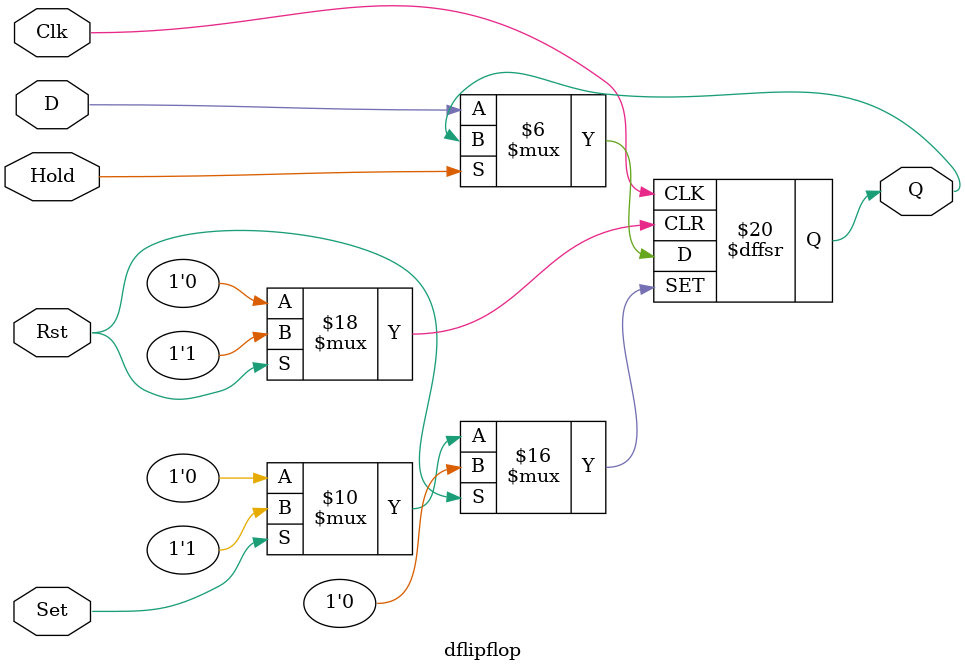
<source format=v>
`timescale 1ns / 1ps

module dflipflop(Clk, Hold, Rst, Set, D, Q);

	input D;
	output reg Q;
	input Clk, Hold, Rst, Set;

	always @ (posedge Rst, posedge Set, posedge Clk) begin
		if (Rst == 1)
			Q <= 0;
		else if (Set == 1)
			Q <= 1;
		else if (Hold == 1)
			Q <= Q;
		else
			Q <= D;
	end

endmodule

</source>
